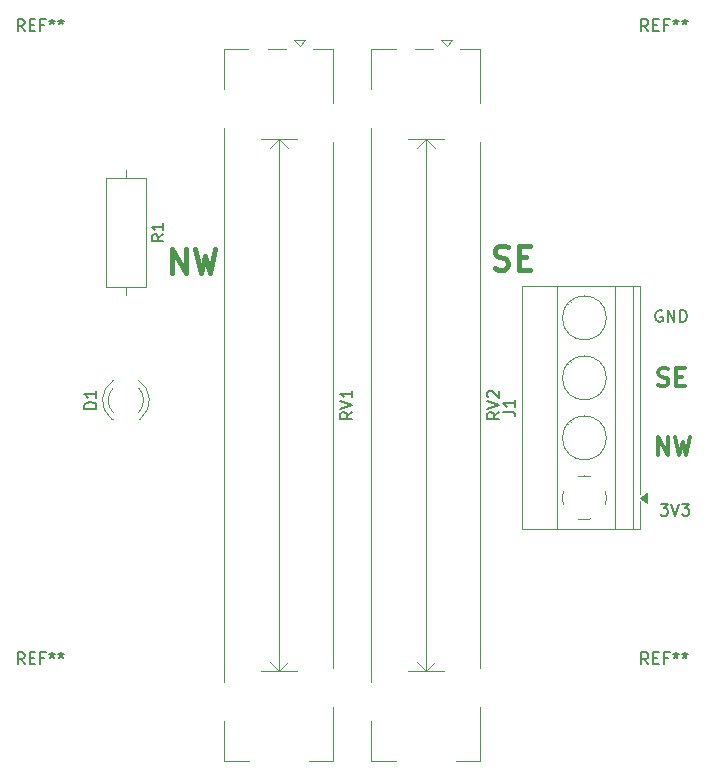
<source format=gbr>
%TF.GenerationSoftware,KiCad,Pcbnew,9.0.0*%
%TF.CreationDate,2025-03-25T22:24:14+01:00*%
%TF.ProjectId,LEDstripCtrl2.0,4c454473-7472-4697-9043-74726c322e30,rev?*%
%TF.SameCoordinates,Original*%
%TF.FileFunction,Legend,Top*%
%TF.FilePolarity,Positive*%
%FSLAX46Y46*%
G04 Gerber Fmt 4.6, Leading zero omitted, Abs format (unit mm)*
G04 Created by KiCad (PCBNEW 9.0.0) date 2025-03-25 22:24:14*
%MOMM*%
%LPD*%
G01*
G04 APERTURE LIST*
%ADD10C,0.300000*%
%ADD11C,0.400000*%
%ADD12C,0.200000*%
%ADD13C,0.150000*%
%ADD14C,0.120000*%
G04 APERTURE END LIST*
D10*
X174904510Y-100500828D02*
X174904510Y-99000828D01*
X174904510Y-99000828D02*
X175761653Y-100500828D01*
X175761653Y-100500828D02*
X175761653Y-99000828D01*
X176333082Y-99000828D02*
X176690225Y-100500828D01*
X176690225Y-100500828D02*
X176975939Y-99429400D01*
X176975939Y-99429400D02*
X177261654Y-100500828D01*
X177261654Y-100500828D02*
X177618797Y-99000828D01*
D11*
X161094109Y-84739200D02*
X161379823Y-84834438D01*
X161379823Y-84834438D02*
X161856014Y-84834438D01*
X161856014Y-84834438D02*
X162046490Y-84739200D01*
X162046490Y-84739200D02*
X162141728Y-84643961D01*
X162141728Y-84643961D02*
X162236966Y-84453485D01*
X162236966Y-84453485D02*
X162236966Y-84263009D01*
X162236966Y-84263009D02*
X162141728Y-84072533D01*
X162141728Y-84072533D02*
X162046490Y-83977295D01*
X162046490Y-83977295D02*
X161856014Y-83882057D01*
X161856014Y-83882057D02*
X161475061Y-83786819D01*
X161475061Y-83786819D02*
X161284585Y-83691580D01*
X161284585Y-83691580D02*
X161189347Y-83596342D01*
X161189347Y-83596342D02*
X161094109Y-83405866D01*
X161094109Y-83405866D02*
X161094109Y-83215390D01*
X161094109Y-83215390D02*
X161189347Y-83024914D01*
X161189347Y-83024914D02*
X161284585Y-82929676D01*
X161284585Y-82929676D02*
X161475061Y-82834438D01*
X161475061Y-82834438D02*
X161951252Y-82834438D01*
X161951252Y-82834438D02*
X162236966Y-82929676D01*
X163094109Y-83786819D02*
X163760776Y-83786819D01*
X164046490Y-84834438D02*
X163094109Y-84834438D01*
X163094109Y-84834438D02*
X163094109Y-82834438D01*
X163094109Y-82834438D02*
X164046490Y-82834438D01*
D12*
X175243482Y-88314838D02*
X175148244Y-88267219D01*
X175148244Y-88267219D02*
X175005387Y-88267219D01*
X175005387Y-88267219D02*
X174862530Y-88314838D01*
X174862530Y-88314838D02*
X174767292Y-88410076D01*
X174767292Y-88410076D02*
X174719673Y-88505314D01*
X174719673Y-88505314D02*
X174672054Y-88695790D01*
X174672054Y-88695790D02*
X174672054Y-88838647D01*
X174672054Y-88838647D02*
X174719673Y-89029123D01*
X174719673Y-89029123D02*
X174767292Y-89124361D01*
X174767292Y-89124361D02*
X174862530Y-89219600D01*
X174862530Y-89219600D02*
X175005387Y-89267219D01*
X175005387Y-89267219D02*
X175100625Y-89267219D01*
X175100625Y-89267219D02*
X175243482Y-89219600D01*
X175243482Y-89219600D02*
X175291101Y-89171980D01*
X175291101Y-89171980D02*
X175291101Y-88838647D01*
X175291101Y-88838647D02*
X175100625Y-88838647D01*
X175719673Y-89267219D02*
X175719673Y-88267219D01*
X175719673Y-88267219D02*
X176291101Y-89267219D01*
X176291101Y-89267219D02*
X176291101Y-88267219D01*
X176767292Y-89267219D02*
X176767292Y-88267219D01*
X176767292Y-88267219D02*
X177005387Y-88267219D01*
X177005387Y-88267219D02*
X177148244Y-88314838D01*
X177148244Y-88314838D02*
X177243482Y-88410076D01*
X177243482Y-88410076D02*
X177291101Y-88505314D01*
X177291101Y-88505314D02*
X177338720Y-88695790D01*
X177338720Y-88695790D02*
X177338720Y-88838647D01*
X177338720Y-88838647D02*
X177291101Y-89029123D01*
X177291101Y-89029123D02*
X177243482Y-89124361D01*
X177243482Y-89124361D02*
X177148244Y-89219600D01*
X177148244Y-89219600D02*
X177005387Y-89267219D01*
X177005387Y-89267219D02*
X176767292Y-89267219D01*
D10*
X174933082Y-94629400D02*
X175147368Y-94700828D01*
X175147368Y-94700828D02*
X175504510Y-94700828D01*
X175504510Y-94700828D02*
X175647368Y-94629400D01*
X175647368Y-94629400D02*
X175718796Y-94557971D01*
X175718796Y-94557971D02*
X175790225Y-94415114D01*
X175790225Y-94415114D02*
X175790225Y-94272257D01*
X175790225Y-94272257D02*
X175718796Y-94129400D01*
X175718796Y-94129400D02*
X175647368Y-94057971D01*
X175647368Y-94057971D02*
X175504510Y-93986542D01*
X175504510Y-93986542D02*
X175218796Y-93915114D01*
X175218796Y-93915114D02*
X175075939Y-93843685D01*
X175075939Y-93843685D02*
X175004510Y-93772257D01*
X175004510Y-93772257D02*
X174933082Y-93629400D01*
X174933082Y-93629400D02*
X174933082Y-93486542D01*
X174933082Y-93486542D02*
X175004510Y-93343685D01*
X175004510Y-93343685D02*
X175075939Y-93272257D01*
X175075939Y-93272257D02*
X175218796Y-93200828D01*
X175218796Y-93200828D02*
X175575939Y-93200828D01*
X175575939Y-93200828D02*
X175790225Y-93272257D01*
X176433081Y-93915114D02*
X176933081Y-93915114D01*
X177147367Y-94700828D02*
X176433081Y-94700828D01*
X176433081Y-94700828D02*
X176433081Y-93200828D01*
X176433081Y-93200828D02*
X177147367Y-93200828D01*
D12*
X175124435Y-104667219D02*
X175743482Y-104667219D01*
X175743482Y-104667219D02*
X175410149Y-105048171D01*
X175410149Y-105048171D02*
X175553006Y-105048171D01*
X175553006Y-105048171D02*
X175648244Y-105095790D01*
X175648244Y-105095790D02*
X175695863Y-105143409D01*
X175695863Y-105143409D02*
X175743482Y-105238647D01*
X175743482Y-105238647D02*
X175743482Y-105476742D01*
X175743482Y-105476742D02*
X175695863Y-105571980D01*
X175695863Y-105571980D02*
X175648244Y-105619600D01*
X175648244Y-105619600D02*
X175553006Y-105667219D01*
X175553006Y-105667219D02*
X175267292Y-105667219D01*
X175267292Y-105667219D02*
X175172054Y-105619600D01*
X175172054Y-105619600D02*
X175124435Y-105571980D01*
X176029197Y-104667219D02*
X176362530Y-105667219D01*
X176362530Y-105667219D02*
X176695863Y-104667219D01*
X176933959Y-104667219D02*
X177553006Y-104667219D01*
X177553006Y-104667219D02*
X177219673Y-105048171D01*
X177219673Y-105048171D02*
X177362530Y-105048171D01*
X177362530Y-105048171D02*
X177457768Y-105095790D01*
X177457768Y-105095790D02*
X177505387Y-105143409D01*
X177505387Y-105143409D02*
X177553006Y-105238647D01*
X177553006Y-105238647D02*
X177553006Y-105476742D01*
X177553006Y-105476742D02*
X177505387Y-105571980D01*
X177505387Y-105571980D02*
X177457768Y-105619600D01*
X177457768Y-105619600D02*
X177362530Y-105667219D01*
X177362530Y-105667219D02*
X177076816Y-105667219D01*
X177076816Y-105667219D02*
X176981578Y-105619600D01*
X176981578Y-105619600D02*
X176933959Y-105571980D01*
D11*
X133789347Y-85134438D02*
X133789347Y-83134438D01*
X133789347Y-83134438D02*
X134932204Y-85134438D01*
X134932204Y-85134438D02*
X134932204Y-83134438D01*
X135694109Y-83134438D02*
X136170299Y-85134438D01*
X136170299Y-85134438D02*
X136551252Y-83705866D01*
X136551252Y-83705866D02*
X136932204Y-85134438D01*
X136932204Y-85134438D02*
X137408395Y-83134438D01*
D13*
X174066666Y-118254819D02*
X173733333Y-117778628D01*
X173495238Y-118254819D02*
X173495238Y-117254819D01*
X173495238Y-117254819D02*
X173876190Y-117254819D01*
X173876190Y-117254819D02*
X173971428Y-117302438D01*
X173971428Y-117302438D02*
X174019047Y-117350057D01*
X174019047Y-117350057D02*
X174066666Y-117445295D01*
X174066666Y-117445295D02*
X174066666Y-117588152D01*
X174066666Y-117588152D02*
X174019047Y-117683390D01*
X174019047Y-117683390D02*
X173971428Y-117731009D01*
X173971428Y-117731009D02*
X173876190Y-117778628D01*
X173876190Y-117778628D02*
X173495238Y-117778628D01*
X174495238Y-117731009D02*
X174828571Y-117731009D01*
X174971428Y-118254819D02*
X174495238Y-118254819D01*
X174495238Y-118254819D02*
X174495238Y-117254819D01*
X174495238Y-117254819D02*
X174971428Y-117254819D01*
X175733333Y-117731009D02*
X175400000Y-117731009D01*
X175400000Y-118254819D02*
X175400000Y-117254819D01*
X175400000Y-117254819D02*
X175876190Y-117254819D01*
X176400000Y-117254819D02*
X176400000Y-117492914D01*
X176161905Y-117397676D02*
X176400000Y-117492914D01*
X176400000Y-117492914D02*
X176638095Y-117397676D01*
X176257143Y-117683390D02*
X176400000Y-117492914D01*
X176400000Y-117492914D02*
X176542857Y-117683390D01*
X177161905Y-117254819D02*
X177161905Y-117492914D01*
X176923810Y-117397676D02*
X177161905Y-117492914D01*
X177161905Y-117492914D02*
X177400000Y-117397676D01*
X177019048Y-117683390D02*
X177161905Y-117492914D01*
X177161905Y-117492914D02*
X177304762Y-117683390D01*
X121266666Y-118254819D02*
X120933333Y-117778628D01*
X120695238Y-118254819D02*
X120695238Y-117254819D01*
X120695238Y-117254819D02*
X121076190Y-117254819D01*
X121076190Y-117254819D02*
X121171428Y-117302438D01*
X121171428Y-117302438D02*
X121219047Y-117350057D01*
X121219047Y-117350057D02*
X121266666Y-117445295D01*
X121266666Y-117445295D02*
X121266666Y-117588152D01*
X121266666Y-117588152D02*
X121219047Y-117683390D01*
X121219047Y-117683390D02*
X121171428Y-117731009D01*
X121171428Y-117731009D02*
X121076190Y-117778628D01*
X121076190Y-117778628D02*
X120695238Y-117778628D01*
X121695238Y-117731009D02*
X122028571Y-117731009D01*
X122171428Y-118254819D02*
X121695238Y-118254819D01*
X121695238Y-118254819D02*
X121695238Y-117254819D01*
X121695238Y-117254819D02*
X122171428Y-117254819D01*
X122933333Y-117731009D02*
X122600000Y-117731009D01*
X122600000Y-118254819D02*
X122600000Y-117254819D01*
X122600000Y-117254819D02*
X123076190Y-117254819D01*
X123600000Y-117254819D02*
X123600000Y-117492914D01*
X123361905Y-117397676D02*
X123600000Y-117492914D01*
X123600000Y-117492914D02*
X123838095Y-117397676D01*
X123457143Y-117683390D02*
X123600000Y-117492914D01*
X123600000Y-117492914D02*
X123742857Y-117683390D01*
X124361905Y-117254819D02*
X124361905Y-117492914D01*
X124123810Y-117397676D02*
X124361905Y-117492914D01*
X124361905Y-117492914D02*
X124600000Y-117397676D01*
X124219048Y-117683390D02*
X124361905Y-117492914D01*
X124361905Y-117492914D02*
X124504762Y-117683390D01*
X121266666Y-64654819D02*
X120933333Y-64178628D01*
X120695238Y-64654819D02*
X120695238Y-63654819D01*
X120695238Y-63654819D02*
X121076190Y-63654819D01*
X121076190Y-63654819D02*
X121171428Y-63702438D01*
X121171428Y-63702438D02*
X121219047Y-63750057D01*
X121219047Y-63750057D02*
X121266666Y-63845295D01*
X121266666Y-63845295D02*
X121266666Y-63988152D01*
X121266666Y-63988152D02*
X121219047Y-64083390D01*
X121219047Y-64083390D02*
X121171428Y-64131009D01*
X121171428Y-64131009D02*
X121076190Y-64178628D01*
X121076190Y-64178628D02*
X120695238Y-64178628D01*
X121695238Y-64131009D02*
X122028571Y-64131009D01*
X122171428Y-64654819D02*
X121695238Y-64654819D01*
X121695238Y-64654819D02*
X121695238Y-63654819D01*
X121695238Y-63654819D02*
X122171428Y-63654819D01*
X122933333Y-64131009D02*
X122600000Y-64131009D01*
X122600000Y-64654819D02*
X122600000Y-63654819D01*
X122600000Y-63654819D02*
X123076190Y-63654819D01*
X123600000Y-63654819D02*
X123600000Y-63892914D01*
X123361905Y-63797676D02*
X123600000Y-63892914D01*
X123600000Y-63892914D02*
X123838095Y-63797676D01*
X123457143Y-64083390D02*
X123600000Y-63892914D01*
X123600000Y-63892914D02*
X123742857Y-64083390D01*
X124361905Y-63654819D02*
X124361905Y-63892914D01*
X124123810Y-63797676D02*
X124361905Y-63892914D01*
X124361905Y-63892914D02*
X124600000Y-63797676D01*
X124219048Y-64083390D02*
X124361905Y-63892914D01*
X124361905Y-63892914D02*
X124504762Y-64083390D01*
X174066666Y-64654819D02*
X173733333Y-64178628D01*
X173495238Y-64654819D02*
X173495238Y-63654819D01*
X173495238Y-63654819D02*
X173876190Y-63654819D01*
X173876190Y-63654819D02*
X173971428Y-63702438D01*
X173971428Y-63702438D02*
X174019047Y-63750057D01*
X174019047Y-63750057D02*
X174066666Y-63845295D01*
X174066666Y-63845295D02*
X174066666Y-63988152D01*
X174066666Y-63988152D02*
X174019047Y-64083390D01*
X174019047Y-64083390D02*
X173971428Y-64131009D01*
X173971428Y-64131009D02*
X173876190Y-64178628D01*
X173876190Y-64178628D02*
X173495238Y-64178628D01*
X174495238Y-64131009D02*
X174828571Y-64131009D01*
X174971428Y-64654819D02*
X174495238Y-64654819D01*
X174495238Y-64654819D02*
X174495238Y-63654819D01*
X174495238Y-63654819D02*
X174971428Y-63654819D01*
X175733333Y-64131009D02*
X175400000Y-64131009D01*
X175400000Y-64654819D02*
X175400000Y-63654819D01*
X175400000Y-63654819D02*
X175876190Y-63654819D01*
X176400000Y-63654819D02*
X176400000Y-63892914D01*
X176161905Y-63797676D02*
X176400000Y-63892914D01*
X176400000Y-63892914D02*
X176638095Y-63797676D01*
X176257143Y-64083390D02*
X176400000Y-63892914D01*
X176400000Y-63892914D02*
X176542857Y-64083390D01*
X177161905Y-63654819D02*
X177161905Y-63892914D01*
X176923810Y-63797676D02*
X177161905Y-63892914D01*
X177161905Y-63892914D02*
X177400000Y-63797676D01*
X177019048Y-64083390D02*
X177161905Y-63892914D01*
X177161905Y-63892914D02*
X177304762Y-64083390D01*
X149004819Y-96895238D02*
X148528628Y-97228571D01*
X149004819Y-97466666D02*
X148004819Y-97466666D01*
X148004819Y-97466666D02*
X148004819Y-97085714D01*
X148004819Y-97085714D02*
X148052438Y-96990476D01*
X148052438Y-96990476D02*
X148100057Y-96942857D01*
X148100057Y-96942857D02*
X148195295Y-96895238D01*
X148195295Y-96895238D02*
X148338152Y-96895238D01*
X148338152Y-96895238D02*
X148433390Y-96942857D01*
X148433390Y-96942857D02*
X148481009Y-96990476D01*
X148481009Y-96990476D02*
X148528628Y-97085714D01*
X148528628Y-97085714D02*
X148528628Y-97466666D01*
X148004819Y-96609523D02*
X149004819Y-96276190D01*
X149004819Y-96276190D02*
X148004819Y-95942857D01*
X149004819Y-95085714D02*
X149004819Y-95657142D01*
X149004819Y-95371428D02*
X148004819Y-95371428D01*
X148004819Y-95371428D02*
X148147676Y-95466666D01*
X148147676Y-95466666D02*
X148242914Y-95561904D01*
X148242914Y-95561904D02*
X148290533Y-95657142D01*
X127344819Y-96638094D02*
X126344819Y-96638094D01*
X126344819Y-96638094D02*
X126344819Y-96399999D01*
X126344819Y-96399999D02*
X126392438Y-96257142D01*
X126392438Y-96257142D02*
X126487676Y-96161904D01*
X126487676Y-96161904D02*
X126582914Y-96114285D01*
X126582914Y-96114285D02*
X126773390Y-96066666D01*
X126773390Y-96066666D02*
X126916247Y-96066666D01*
X126916247Y-96066666D02*
X127106723Y-96114285D01*
X127106723Y-96114285D02*
X127201961Y-96161904D01*
X127201961Y-96161904D02*
X127297200Y-96257142D01*
X127297200Y-96257142D02*
X127344819Y-96399999D01*
X127344819Y-96399999D02*
X127344819Y-96638094D01*
X127344819Y-95114285D02*
X127344819Y-95685713D01*
X127344819Y-95399999D02*
X126344819Y-95399999D01*
X126344819Y-95399999D02*
X126487676Y-95495237D01*
X126487676Y-95495237D02*
X126582914Y-95590475D01*
X126582914Y-95590475D02*
X126630533Y-95685713D01*
X161807319Y-96883333D02*
X162521604Y-96883333D01*
X162521604Y-96883333D02*
X162664461Y-96930952D01*
X162664461Y-96930952D02*
X162759700Y-97026190D01*
X162759700Y-97026190D02*
X162807319Y-97169047D01*
X162807319Y-97169047D02*
X162807319Y-97264285D01*
X162807319Y-95883333D02*
X162807319Y-96454761D01*
X162807319Y-96169047D02*
X161807319Y-96169047D01*
X161807319Y-96169047D02*
X161950176Y-96264285D01*
X161950176Y-96264285D02*
X162045414Y-96359523D01*
X162045414Y-96359523D02*
X162093033Y-96454761D01*
X161454819Y-96895238D02*
X160978628Y-97228571D01*
X161454819Y-97466666D02*
X160454819Y-97466666D01*
X160454819Y-97466666D02*
X160454819Y-97085714D01*
X160454819Y-97085714D02*
X160502438Y-96990476D01*
X160502438Y-96990476D02*
X160550057Y-96942857D01*
X160550057Y-96942857D02*
X160645295Y-96895238D01*
X160645295Y-96895238D02*
X160788152Y-96895238D01*
X160788152Y-96895238D02*
X160883390Y-96942857D01*
X160883390Y-96942857D02*
X160931009Y-96990476D01*
X160931009Y-96990476D02*
X160978628Y-97085714D01*
X160978628Y-97085714D02*
X160978628Y-97466666D01*
X160454819Y-96609523D02*
X161454819Y-96276190D01*
X161454819Y-96276190D02*
X160454819Y-95942857D01*
X160550057Y-95657142D02*
X160502438Y-95609523D01*
X160502438Y-95609523D02*
X160454819Y-95514285D01*
X160454819Y-95514285D02*
X160454819Y-95276190D01*
X160454819Y-95276190D02*
X160502438Y-95180952D01*
X160502438Y-95180952D02*
X160550057Y-95133333D01*
X160550057Y-95133333D02*
X160645295Y-95085714D01*
X160645295Y-95085714D02*
X160740533Y-95085714D01*
X160740533Y-95085714D02*
X160883390Y-95133333D01*
X160883390Y-95133333D02*
X161454819Y-95704761D01*
X161454819Y-95704761D02*
X161454819Y-95085714D01*
X133024819Y-81866666D02*
X132548628Y-82199999D01*
X133024819Y-82438094D02*
X132024819Y-82438094D01*
X132024819Y-82438094D02*
X132024819Y-82057142D01*
X132024819Y-82057142D02*
X132072438Y-81961904D01*
X132072438Y-81961904D02*
X132120057Y-81914285D01*
X132120057Y-81914285D02*
X132215295Y-81866666D01*
X132215295Y-81866666D02*
X132358152Y-81866666D01*
X132358152Y-81866666D02*
X132453390Y-81914285D01*
X132453390Y-81914285D02*
X132501009Y-81961904D01*
X132501009Y-81961904D02*
X132548628Y-82057142D01*
X132548628Y-82057142D02*
X132548628Y-82438094D01*
X133024819Y-80914285D02*
X133024819Y-81485713D01*
X133024819Y-81199999D02*
X132024819Y-81199999D01*
X132024819Y-81199999D02*
X132167676Y-81295237D01*
X132167676Y-81295237D02*
X132262914Y-81390475D01*
X132262914Y-81390475D02*
X132310533Y-81485713D01*
D14*
%TO.C,RV1*%
X138180000Y-66180000D02*
X138180000Y-69565000D01*
X138180000Y-72836000D02*
X138180000Y-119765000D01*
X138180000Y-123036000D02*
X138180000Y-126420000D01*
X140227000Y-66180000D02*
X138180000Y-66180000D01*
X140260000Y-126420000D02*
X138180000Y-126420000D01*
X142800000Y-73800000D02*
X142050000Y-74550000D01*
X142800000Y-73800000D02*
X142800000Y-118800000D01*
X142800000Y-118800000D02*
X142050000Y-118050000D01*
X143375000Y-66180000D02*
X141872000Y-66180000D01*
X143550000Y-74550000D02*
X142800000Y-73800000D01*
X143550000Y-118050000D02*
X142800000Y-118800000D01*
X144050000Y-65375000D02*
X144550000Y-65875000D01*
X144300000Y-73800000D02*
X141300000Y-73800000D01*
X144300000Y-118800000D02*
X141300000Y-118800000D01*
X144550000Y-65875000D02*
X145050000Y-65375000D01*
X145050000Y-65375000D02*
X144050000Y-65375000D01*
X147420000Y-66180000D02*
X145725000Y-66180000D01*
X147420000Y-66180000D02*
X147420000Y-70765000D01*
X147420000Y-74036000D02*
X147420000Y-118565000D01*
X147420000Y-121836000D02*
X147420000Y-126420000D01*
X147420000Y-126420000D02*
X145373000Y-126420000D01*
%TO.C,D1*%
X128614000Y-97460000D02*
X128770000Y-97460000D01*
X130930000Y-97460000D02*
X131086000Y-97460000D01*
X128614484Y-97460000D02*
G75*
G02*
X128769939Y-94228603I1235516J1560000D01*
G01*
X128770000Y-96940961D02*
G75*
G02*
X128769951Y-94859090I1080000J1040961D01*
G01*
X130930049Y-94859090D02*
G75*
G02*
X130930000Y-96940961I-1080049J-1040910D01*
G01*
X130930061Y-94228603D02*
G75*
G02*
X131085516Y-97460000I-1080061J-1671397D01*
G01*
%TO.C,J1*%
X163352500Y-86270000D02*
X173392500Y-86270000D01*
X163352500Y-106830000D02*
X163352500Y-86270000D01*
X163352500Y-106830000D02*
X173392500Y-106830000D01*
X166372500Y-106830000D02*
X166372500Y-86270000D01*
X167261500Y-87746000D02*
X167305500Y-87790000D01*
X167261500Y-92826000D02*
X167305500Y-92870000D01*
X167261500Y-97906000D02*
X167305500Y-97950000D01*
X167488500Y-87519000D02*
X167532500Y-87563000D01*
X167488500Y-92599000D02*
X167532500Y-92643000D01*
X167488500Y-97679000D02*
X167532500Y-97723000D01*
X169812500Y-90297000D02*
X169855500Y-90341000D01*
X169812500Y-95377000D02*
X169855500Y-95421000D01*
X169812500Y-100457000D02*
X169855500Y-100501000D01*
X170039500Y-90070000D02*
X170082500Y-90114000D01*
X170039500Y-95150000D02*
X170082500Y-95194000D01*
X170039500Y-100230000D02*
X170082500Y-100274000D01*
X171272500Y-106830000D02*
X171272500Y-86270000D01*
X172772500Y-106830000D02*
X172772500Y-86270000D01*
X173392500Y-103870000D02*
X173392500Y-86270000D01*
X173392500Y-106830000D02*
X173392500Y-104470000D01*
X166892500Y-104710000D02*
G75*
G02*
X166892294Y-103630679I1780000J540000D01*
G01*
X168132500Y-102390000D02*
G75*
G02*
X169211821Y-102389794I540000J-1780013D01*
G01*
X169212500Y-105950000D02*
G75*
G02*
X168133179Y-105950206I-540000J1780000D01*
G01*
X170452500Y-103630000D02*
G75*
G02*
X170452706Y-104709321I-1780013J-540000D01*
G01*
X170532500Y-88930000D02*
G75*
G02*
X166812500Y-88930000I-1860000J0D01*
G01*
X166812500Y-88930000D02*
G75*
G02*
X170532500Y-88930000I1860000J0D01*
G01*
X170532500Y-94010000D02*
G75*
G02*
X166812500Y-94010000I-1860000J0D01*
G01*
X166812500Y-94010000D02*
G75*
G02*
X170532500Y-94010000I1860000J0D01*
G01*
X170532500Y-99090000D02*
G75*
G02*
X166812500Y-99090000I-1860000J0D01*
G01*
X166812500Y-99090000D02*
G75*
G02*
X170532500Y-99090000I1860000J0D01*
G01*
X174002500Y-104610000D02*
X173392500Y-104170000D01*
X174002500Y-103730000D01*
X174002500Y-104610000D01*
G36*
X174002500Y-104610000D02*
G01*
X173392500Y-104170000D01*
X174002500Y-103730000D01*
X174002500Y-104610000D01*
G37*
%TO.C,RV2*%
X150630000Y-66180000D02*
X150630000Y-69565000D01*
X150630000Y-72836000D02*
X150630000Y-119765000D01*
X150630000Y-123036000D02*
X150630000Y-126420000D01*
X152677000Y-66180000D02*
X150630000Y-66180000D01*
X152710000Y-126420000D02*
X150630000Y-126420000D01*
X155250000Y-73800000D02*
X154500000Y-74550000D01*
X155250000Y-73800000D02*
X155250000Y-118800000D01*
X155250000Y-118800000D02*
X154500000Y-118050000D01*
X155825000Y-66180000D02*
X154322000Y-66180000D01*
X156000000Y-74550000D02*
X155250000Y-73800000D01*
X156000000Y-118050000D02*
X155250000Y-118800000D01*
X156500000Y-65375000D02*
X157000000Y-65875000D01*
X156750000Y-73800000D02*
X153750000Y-73800000D01*
X156750000Y-118800000D02*
X153750000Y-118800000D01*
X157000000Y-65875000D02*
X157500000Y-65375000D01*
X157500000Y-65375000D02*
X156500000Y-65375000D01*
X159870000Y-66180000D02*
X158175000Y-66180000D01*
X159870000Y-66180000D02*
X159870000Y-70765000D01*
X159870000Y-74036000D02*
X159870000Y-118565000D01*
X159870000Y-121836000D02*
X159870000Y-126420000D01*
X159870000Y-126420000D02*
X157823000Y-126420000D01*
%TO.C,R1*%
X128130000Y-77080000D02*
X128130000Y-86320000D01*
X128130000Y-86320000D02*
X131570000Y-86320000D01*
X129850000Y-76390000D02*
X129850000Y-77080000D01*
X129850000Y-87010000D02*
X129850000Y-86320000D01*
X131570000Y-77080000D02*
X128130000Y-77080000D01*
X131570000Y-86320000D02*
X131570000Y-77080000D01*
%TD*%
M02*

</source>
